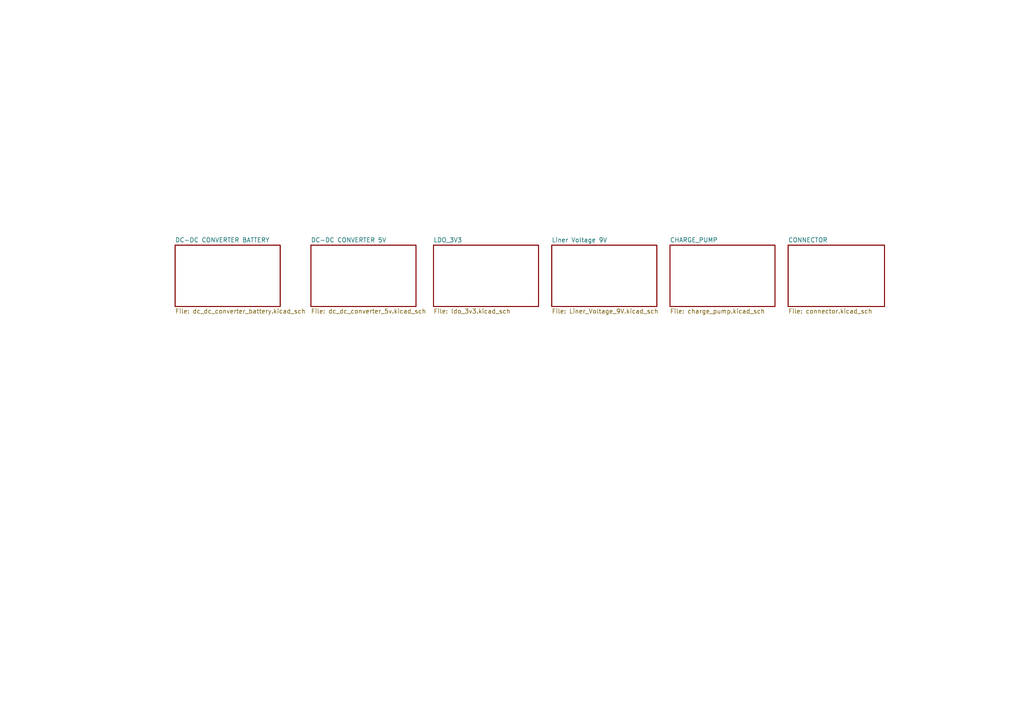
<source format=kicad_sch>
(kicad_sch
	(version 20231120)
	(generator "eeschema")
	(generator_version "8.0")
	(uuid "518c170c-c465-4532-a1cc-dfde0d4d70b3")
	(paper "A4")
	(lib_symbols)
	(sheet
		(at 228.6 71.12)
		(size 27.94 17.78)
		(fields_autoplaced yes)
		(stroke
			(width 0.254)
			(type solid)
		)
		(fill
			(color 0 0 0 0.0000)
		)
		(uuid "0691aa37-f860-4093-96ce-90fdf2ef15ed")
		(property "Sheetname" "CONNECTOR"
			(at 228.6 70.3576 0)
			(effects
				(font
					(size 1.27 1.27)
				)
				(justify left bottom)
			)
		)
		(property "Sheetfile" "connector.kicad_sch"
			(at 228.6 89.5354 0)
			(effects
				(font
					(size 1.27 1.27)
				)
				(justify left top)
			)
		)
		(instances
			(project "BATTERY_CONVERTER"
				(path "/518c170c-c465-4532-a1cc-dfde0d4d70b3"
					(page "7")
				)
			)
		)
	)
	(sheet
		(at 160.02 71.12)
		(size 30.48 17.78)
		(fields_autoplaced yes)
		(stroke
			(width 0.254)
			(type solid)
		)
		(fill
			(color 0 0 0 0.0000)
		)
		(uuid "615e3a1f-00ea-4f8b-87b9-21b5b209977b")
		(property "Sheetname" "Liner Voltage 9V"
			(at 160.02 70.3576 0)
			(effects
				(font
					(size 1.27 1.27)
				)
				(justify left bottom)
			)
		)
		(property "Sheetfile" "Liner_Voltage_9V.kicad_sch"
			(at 160.02 89.5354 0)
			(effects
				(font
					(size 1.27 1.27)
				)
				(justify left top)
			)
		)
		(instances
			(project "BATTERY_CONVERTER"
				(path "/518c170c-c465-4532-a1cc-dfde0d4d70b3"
					(page "5")
				)
			)
		)
	)
	(sheet
		(at 194.31 71.12)
		(size 30.48 17.78)
		(fields_autoplaced yes)
		(stroke
			(width 0.254)
			(type solid)
		)
		(fill
			(color 0 0 0 0.0000)
		)
		(uuid "82a5c018-41ff-42c0-b129-fd1671b16d38")
		(property "Sheetname" "CHARGE_PUMP"
			(at 194.31 70.3576 0)
			(effects
				(font
					(size 1.27 1.27)
				)
				(justify left bottom)
			)
		)
		(property "Sheetfile" "charge_pump.kicad_sch"
			(at 194.31 89.5354 0)
			(effects
				(font
					(size 1.27 1.27)
				)
				(justify left top)
			)
		)
		(instances
			(project "BATTERY_CONVERTER"
				(path "/518c170c-c465-4532-a1cc-dfde0d4d70b3"
					(page "6")
				)
			)
		)
	)
	(sheet
		(at 90.17 71.12)
		(size 30.48 17.78)
		(fields_autoplaced yes)
		(stroke
			(width 0.254)
			(type solid)
		)
		(fill
			(color 0 0 0 0.0000)
		)
		(uuid "9a5087fa-0efc-4e35-a4c0-e5c486dda67f")
		(property "Sheetname" "DC-DC CONVERTER 5V"
			(at 90.17 70.3576 0)
			(effects
				(font
					(size 1.27 1.27)
				)
				(justify left bottom)
			)
		)
		(property "Sheetfile" "dc_dc_converter_5v.kicad_sch"
			(at 90.17 89.5354 0)
			(effects
				(font
					(size 1.27 1.27)
				)
				(justify left top)
			)
		)
		(instances
			(project "BATTERY_CONVERTER"
				(path "/518c170c-c465-4532-a1cc-dfde0d4d70b3"
					(page "3")
				)
			)
		)
	)
	(sheet
		(at 125.73 71.12)
		(size 30.48 17.78)
		(fields_autoplaced yes)
		(stroke
			(width 0.254)
			(type solid)
		)
		(fill
			(color 0 0 0 0.0000)
		)
		(uuid "b067cfa2-b17d-4705-b89a-fb5960338b81")
		(property "Sheetname" "LDO_3V3"
			(at 125.73 70.3576 0)
			(effects
				(font
					(size 1.27 1.27)
				)
				(justify left bottom)
			)
		)
		(property "Sheetfile" "ldo_3v3.kicad_sch"
			(at 125.73 89.5354 0)
			(effects
				(font
					(size 1.27 1.27)
				)
				(justify left top)
			)
		)
		(instances
			(project "BATTERY_CONVERTER"
				(path "/518c170c-c465-4532-a1cc-dfde0d4d70b3"
					(page "4")
				)
			)
		)
	)
	(sheet
		(at 50.8 71.12)
		(size 30.48 17.78)
		(fields_autoplaced yes)
		(stroke
			(width 0.254)
			(type solid)
		)
		(fill
			(color 0 0 0 0.0000)
		)
		(uuid "ef158934-4c2e-46c0-b577-2a60bdf42815")
		(property "Sheetname" "DC-DC CONVERTER BATTERY"
			(at 50.8 70.3576 0)
			(effects
				(font
					(size 1.27 1.27)
				)
				(justify left bottom)
			)
		)
		(property "Sheetfile" "dc_dc_converter_battery.kicad_sch"
			(at 50.8 89.5354 0)
			(effects
				(font
					(size 1.27 1.27)
				)
				(justify left top)
			)
		)
		(instances
			(project "BATTERY_CONVERTER"
				(path "/518c170c-c465-4532-a1cc-dfde0d4d70b3"
					(page "2")
				)
			)
		)
	)
	(sheet_instances
		(path "/"
			(page "1")
		)
	)
)

</source>
